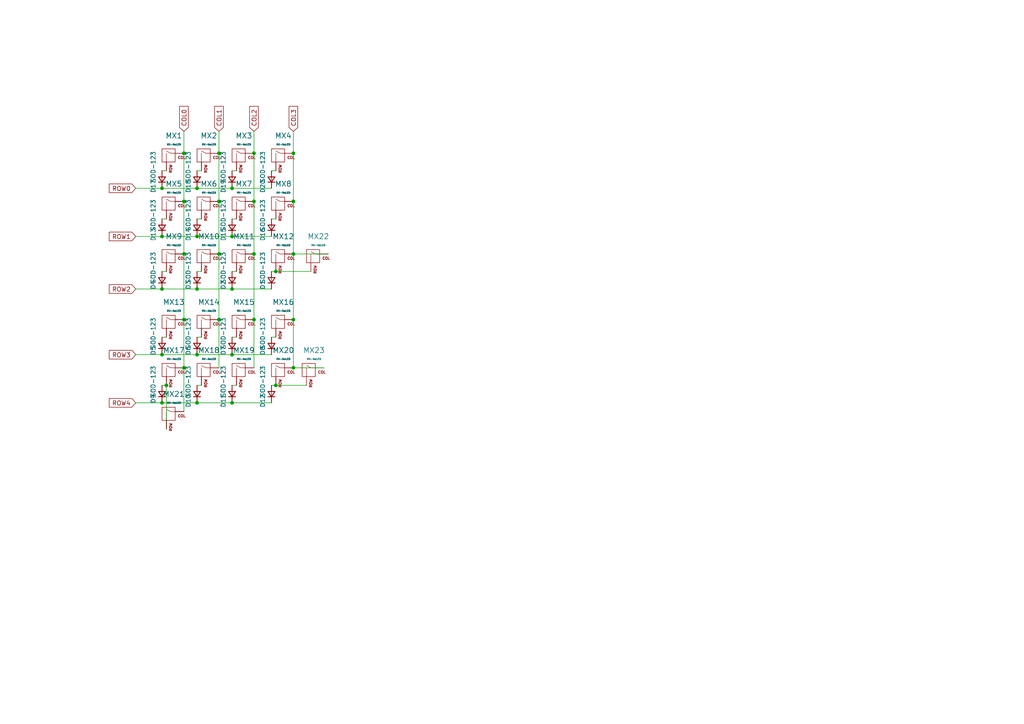
<source format=kicad_sch>
(kicad_sch (version 20230121) (generator eeschema)
  (paper "A4")
  (lib_symbols
    (symbol "Device:D_Small" (pin_numbers hide) (pin_names (offset 0.254) hide)
      (property "Reference" "D" (at -1.27 2.032 0))
      (property "Value" "D_Small" (at -3.81 -2.032 0))
      (symbol "D_Small_0_1"
        (polyline (pts (xy -0.762 -1.016) (xy -0.762 1.016)) (stroke (width 0.254)))
        (polyline (pts (xy -0.762 0) (xy 0.762 0)))
        (polyline (pts (xy 0.762 -1.016) (xy -0.762 0) (xy 0.762 1.016) (xy 0.762 -1.016)) (stroke (width 0.254)))
      )
      (symbol "D_Small_1_1"
        (pin passive line (at -2.54 0 0) (length 1.778) (name "K") (number "1"))
        (pin passive line (at 2.54 0 180) (length 1.778) (name "A") (number "2"))
      )
    )
    (symbol "MX_Alps_Hybrid:MX-NoLED" (pin_names (offset 1.016))
      (property "Reference" "MX" (at -0.635 3.81 0))
      (property "Value" "MX-NoLED" (at -0.635 1.27 0))
      (symbol "MX-NoLED_0_0"
        (rectangle (start -2.54 2.54) (end 1.27 -1.27))
        (polyline (pts (xy -1.27 -1.27) (xy -1.27 1.27)) (stroke (width 0.127)))
        (polyline (pts (xy 1.27 1.27) (xy 0 1.27) (xy -1.27 1.905)) (stroke (width 0.127)))
        (text "COL" (at 3.175 0 0) (effects (font (size 0.762 0.762))))
        (text "ROW" (at 0 -1.905 900) (effects (font (size 0.762 0.762)) (justify right)))
      )
      (symbol "MX-NoLED_1_1"
        (pin passive line (at 3.81 1.27 180) (length 2.54) (name "COL") (number "1"))
        (pin passive line (at -1.27 -3.81 90) (length 2.54) (name "ROW") (number "2"))
      )
    )
  )
  (junction (at 46.99 116.84))
  (junction (at 85.09 58.42))
  (junction (at 73.66 58.42))
  (junction (at 85.09 73.66))
  (junction (at 63.5 73.66))
  (junction (at 48.26 111.76))
  (junction (at 85.09 92.71))
  (junction (at 46.99 68.58))
  (junction (at 67.31 68.58))
  (junction (at 85.09 106.68))
  (junction (at 57.15 68.58))
  (junction (at 53.34 73.66))
  (junction (at 67.31 83.82))
  (junction (at 46.99 83.82))
  (junction (at 53.34 106.68))
  (junction (at 73.66 73.66))
  (junction (at 73.66 44.45))
  (junction (at 53.34 58.42))
  (junction (at 63.5 44.45))
  (junction (at 67.31 116.84))
  (junction (at 67.31 54.61))
  (junction (at 67.31 102.87))
  (junction (at 63.5 92.71))
  (junction (at 73.66 92.71))
  (junction (at 53.34 44.45))
  (junction (at 80.01 78.74))
  (junction (at 85.09 44.45))
  (junction (at 57.15 54.61))
  (junction (at 57.15 116.84))
  (junction (at 46.99 102.87))
  (junction (at 53.34 92.71))
  (junction (at 57.15 102.87))
  (junction (at 57.15 83.82))
  (junction (at 46.99 54.61))
  (junction (at 80.01 111.76))
  (junction (at 63.5 58.42))
  (wire (pts (xy 57.15 54.61) (xy 67.31 54.61)))
  (wire (pts (xy 85.09 58.42) (xy 85.09 73.66)))
  (wire (pts (xy 46.99 83.82) (xy 57.15 83.82)))
  (wire (pts (xy 85.09 73.66) (xy 85.09 92.71)))
  (wire (pts (xy 73.66 58.42) (xy 73.66 73.66)))
  (wire (pts (xy 80.01 78.74) (xy 90.17 78.74)))
  (wire (pts (xy 67.31 54.61) (xy 78.74 54.61)))
  (wire (pts (xy 46.99 102.87) (xy 57.15 102.87)))
  (wire (pts (xy 46.99 63.5) (xy 48.26 63.5)))
  (wire (pts (xy 67.31 49.53) (xy 68.58 49.53)))
  (wire (pts (xy 73.66 44.45) (xy 73.66 58.42)))
  (wire (pts (xy 73.66 92.71) (xy 73.66 106.68)))
  (wire (pts (xy 78.74 49.53) (xy 80.01 49.53)))
  (wire (pts (xy 39.37 68.58) (xy 46.99 68.58)))
  (wire (pts (xy 67.31 116.84) (xy 78.74 116.84)))
  (wire (pts (xy 57.15 83.82) (xy 67.31 83.82)))
  (wire (pts (xy 67.31 68.58) (xy 78.74 68.58)))
  (wire (pts (xy 48.26 111.76) (xy 48.26 124.46)))
  (wire (pts (xy 46.99 49.53) (xy 48.26 49.53)))
  (wire (pts (xy 78.74 78.74) (xy 80.01 78.74)))
  (wire (pts (xy 73.66 73.66) (xy 73.66 92.71)))
  (wire (pts (xy 39.37 54.61) (xy 46.99 54.61)))
  (wire (pts (xy 85.09 92.71) (xy 85.09 106.68)))
  (wire (pts (xy 57.15 116.84) (xy 67.31 116.84)))
  (wire (pts (xy 46.99 97.79) (xy 48.26 97.79)))
  (wire (pts (xy 67.31 63.5) (xy 68.58 63.5)))
  (wire (pts (xy 67.31 97.79) (xy 68.58 97.79)))
  (wire (pts (xy 67.31 102.87) (xy 78.74 102.87)))
  (wire (pts (xy 46.99 111.76) (xy 48.26 111.76)))
  (wire (pts (xy 80.01 111.76) (xy 88.9 111.76)))
  (wire (pts (xy 85.09 44.45) (xy 85.09 58.42)))
  (wire (pts (xy 67.31 78.74) (xy 68.58 78.74)))
  (wire (pts (xy 53.34 92.71) (xy 53.34 106.68)))
  (wire (pts (xy 57.15 97.79) (xy 58.42 97.79)))
  (wire (pts (xy 46.99 78.74) (xy 48.26 78.74)))
  (wire (pts (xy 46.99 116.84) (xy 57.15 116.84)))
  (wire (pts (xy 46.99 68.58) (xy 57.15 68.58)))
  (wire (pts (xy 63.5 58.42) (xy 63.5 73.66)))
  (wire (pts (xy 67.31 83.82) (xy 78.74 83.82)))
  (wire (pts (xy 57.15 49.53) (xy 58.42 49.53)))
  (wire (pts (xy 85.09 38.1) (xy 85.09 44.45)))
  (wire (pts (xy 78.74 97.79) (xy 80.01 97.79)))
  (wire (pts (xy 63.5 73.66) (xy 63.5 92.71)))
  (wire (pts (xy 78.74 63.5) (xy 80.01 63.5)))
  (wire (pts (xy 67.31 111.76) (xy 68.58 111.76)))
  (wire (pts (xy 53.34 38.1) (xy 53.34 44.45)))
  (wire (pts (xy 57.15 63.5) (xy 58.42 63.5)))
  (wire (pts (xy 85.09 73.66) (xy 95.25 73.66)))
  (wire (pts (xy 85.09 106.68) (xy 93.98 106.68)))
  (wire (pts (xy 39.37 116.84) (xy 46.99 116.84)))
  (wire (pts (xy 73.66 38.1) (xy 73.66 44.45)))
  (wire (pts (xy 78.74 111.76) (xy 80.01 111.76)))
  (wire (pts (xy 57.15 68.58) (xy 67.31 68.58)))
  (wire (pts (xy 57.15 111.76) (xy 58.42 111.76)))
  (wire (pts (xy 63.5 92.71) (xy 63.5 106.68)))
  (wire (pts (xy 53.34 106.68) (xy 53.34 119.38)))
  (wire (pts (xy 53.34 44.45) (xy 53.34 58.42)))
  (wire (pts (xy 39.37 83.82) (xy 46.99 83.82)))
  (wire (pts (xy 39.37 102.87) (xy 46.99 102.87)))
  (wire (pts (xy 53.34 73.66) (xy 53.34 92.71)))
  (wire (pts (xy 57.15 102.87) (xy 67.31 102.87)))
  (wire (pts (xy 63.5 44.45) (xy 63.5 58.42)))
  (wire (pts (xy 63.5 38.1) (xy 63.5 44.45)))
  (wire (pts (xy 46.99 54.61) (xy 57.15 54.61)))
  (wire (pts (xy 53.34 58.42) (xy 53.34 73.66)))
  (wire (pts (xy 57.15 78.74) (xy 58.42 78.74)))
  (global_label "ROW2" (shape input) (at 39.37 83.82 180) (property "Intersheetrefs" "${INTERSHEET_REFS}" (effects hide)))
  (global_label "ROW4" (shape input) (at 39.37 116.84 180) (property "Intersheetrefs" "${INTERSHEET_REFS}" (effects hide)))
  (global_label "ROW0" (shape input) (at 39.37 54.61 180) (property "Intersheetrefs" "${INTERSHEET_REFS}" (effects hide)))
  (global_label "COL1" (shape input) (at 63.5 38.1 90) (property "Intersheetrefs" "${INTERSHEET_REFS}" (effects hide)))
  (global_label "COL3" (shape input) (at 85.09 38.1 90) (property "Intersheetrefs" "${INTERSHEET_REFS}" (effects hide)))
  (global_label "ROW3" (shape input) (at 39.37 102.87 180) (property "Intersheetrefs" "${INTERSHEET_REFS}" (effects hide)))
  (global_label "ROW1" (shape input) (at 39.37 68.58 180) (property "Intersheetrefs" "${INTERSHEET_REFS}" (effects hide)))
  (global_label "COL0" (shape input) (at 53.34 38.1 90) (property "Intersheetrefs" "${INTERSHEET_REFS}" (effects hide)))
  (global_label "COL2" (shape input) (at 73.66 38.1 90) (property "Intersheetrefs" "${INTERSHEET_REFS}" (effects hide)))
  (symbol (lib_id "Device:D_Small") (at 57.15 114.3 90) (unit 1)
    (property "Reference" "D10" (at 54.61 114.3 0) (effects (justify right)))
    (property "Value" "SOD-123" (at 54.61 106.045 0) (effects (justify right)))
    (property "Footprint" "Diode_SMD:D_SOD-123" (effects hide))
  )
  (symbol (lib_id "Device:D_Small") (at 46.99 100.33 90) (unit 1)
    (property "Reference" "D5" (at 44.45 100.33 0) (effects (justify right)))
    (property "Value" "SOD-123" (at 44.45 92.075 0) (effects (justify right)))
    (property "Footprint" "Diode_SMD:D_SOD-123" (effects hide))
  )
  (symbol (lib_id "Device:D_Small") (at 67.31 114.3 90) (unit 1)
    (property "Reference" "D11" (at 64.77 114.3 0) (effects (justify right)))
    (property "Value" "SOD-123" (at 64.77 106.045 0) (effects (justify right)))
    (property "Footprint" "Diode_SMD:D_SOD-123" (effects hide))
  )
  (symbol (lib_id "MX_Alps_Hybrid:MX-NoLED") (at 59.69 45.72 0) (unit 1)
    (property "Reference" "MX2" (at 60.5852 39.37 0) (effects (font (size 1.524 1.524))))
    (property "Value" "MX-NoLED" (at 60.5852 41.91 0) (effects (font (size 0.508 0.508))))
    (property "Footprint" "MX_Only:MXOnly-1U-NoLED" (effects hide))
  )
  (symbol (lib_id "MX_Alps_Hybrid:MX-NoLED") (at 90.17 107.95 0) (unit 1)
    (property "Reference" "MX23" (at 91.0652 101.6 0) (effects (font (size 1.524 1.524))))
    (property "Value" "MX-NoLED" (at 91.0652 104.14 0) (effects (font (size 0.508 0.508))))
    (property "Footprint" "MX_Only:MXOnly-2U-ReversedStabilizers-NoLED" (effects hide))
  )
  (symbol (lib_id "MX_Alps_Hybrid:MX-NoLED") (at 59.69 107.95 0) (unit 1)
    (property "Reference" "MX18" (at 60.5852 101.6 0) (effects (font (size 1.524 1.524))))
    (property "Value" "MX-NoLED" (at 60.5852 104.14 0) (effects (font (size 0.508 0.508))))
    (property "Footprint" "MX_Only:MXOnly-1U-NoLED" (effects hide))
  )
  (symbol (lib_id "MX_Alps_Hybrid:MX-NoLED") (at 81.28 59.69 0) (unit 1)
    (property "Reference" "MX8" (at 82.1752 53.34 0) (effects (font (size 1.524 1.524))))
    (property "Value" "MX-NoLED" (at 82.1752 55.88 0) (effects (font (size 0.508 0.508))))
    (property "Footprint" "MX_Only:MXOnly-1U-NoLED" (effects hide))
  )
  (symbol (lib_id "Device:D_Small") (at 57.15 81.28 90) (unit 1)
    (property "Reference" "D3" (at 54.61 81.28 0) (effects (justify right)))
    (property "Value" "SOD-123" (at 54.61 73.025 0) (effects (justify right)))
    (property "Footprint" "Diode_SMD:D_SOD-123" (effects hide))
  )
  (symbol (lib_id "Device:D_Small") (at 78.74 114.3 90) (unit 1)
    (property "Reference" "D12" (at 76.2 114.3 0) (effects (justify right)))
    (property "Value" "SOD-123" (at 76.2 106.045 0) (effects (justify right)))
    (property "Footprint" "Diode_SMD:D_SOD-123" (effects hide))
  )
  (symbol (lib_id "Device:D_Small") (at 67.31 66.04 90) (unit 1)
    (property "Reference" "D15" (at 64.77 66.04 0) (effects (justify right)))
    (property "Value" "SOD-123" (at 64.77 57.785 0) (effects (justify right)))
    (property "Footprint" "Diode_SMD:D_SOD-123" (effects hide))
  )
  (symbol (lib_id "MX_Alps_Hybrid:MX-NoLED") (at 69.85 107.95 0) (unit 1)
    (property "Reference" "MX19" (at 70.7452 101.6 0) (effects (font (size 1.524 1.524))))
    (property "Value" "MX-NoLED" (at 70.7452 104.14 0) (effects (font (size 0.508 0.508))))
    (property "Footprint" "MX_Only:MXOnly-1U-NoLED" (effects hide))
  )
  (symbol (lib_id "Device:D_Small") (at 78.74 66.04 90) (unit 1)
    (property "Reference" "D16" (at 76.2 66.04 0) (effects (justify right)))
    (property "Value" "SOD-123" (at 76.2 57.785 0) (effects (justify right)))
    (property "Footprint" "Diode_SMD:D_SOD-123" (effects hide))
  )
  (symbol (lib_id "MX_Alps_Hybrid:MX-NoLED") (at 69.85 45.72 0) (unit 1)
    (property "Reference" "MX3" (at 70.7452 39.37 0) (effects (font (size 1.524 1.524))))
    (property "Value" "MX-NoLED" (at 70.7452 41.91 0) (effects (font (size 0.508 0.508))))
    (property "Footprint" "MX_Only:MXOnly-1U-NoLED" (effects hide))
  )
  (symbol (lib_id "MX_Alps_Hybrid:MX-NoLED") (at 69.85 93.98 0) (unit 1)
    (property "Reference" "MX15" (at 70.7452 87.63 0) (effects (font (size 1.524 1.524))))
    (property "Value" "MX-NoLED" (at 70.7452 90.17 0) (effects (font (size 0.508 0.508))))
    (property "Footprint" "MX_Only:MXOnly-1U-NoLED" (effects hide))
  )
  (symbol (lib_id "MX_Alps_Hybrid:MX-NoLED") (at 49.53 45.72 0) (unit 1)
    (property "Reference" "MX1" (at 50.4252 39.37 0) (effects (font (size 1.524 1.524))))
    (property "Value" "MX-NoLED" (at 50.4252 41.91 0) (effects (font (size 0.508 0.508))))
    (property "Footprint" "MX_Only:MXOnly-1U-NoLED" (effects hide))
  )
  (symbol (lib_id "MX_Alps_Hybrid:MX-NoLED") (at 49.53 107.95 0) (unit 1)
    (property "Reference" "MX17" (at 50.4252 101.6 0) (effects (font (size 1.524 1.524))))
    (property "Value" "MX-NoLED" (at 50.4252 104.14 0) (effects (font (size 0.508 0.508))))
    (property "Footprint" "MX_Only:MXOnly-1U-NoLED" (effects hide))
  )
  (symbol (lib_id "MX_Alps_Hybrid:MX-NoLED") (at 49.53 93.98 0) (unit 1)
    (property "Reference" "MX13" (at 50.4252 87.63 0) (effects (font (size 1.524 1.524))))
    (property "Value" "MX-NoLED" (at 50.4252 90.17 0) (effects (font (size 0.508 0.508))))
    (property "Footprint" "MX_Only:MXOnly-1U-NoLED" (effects hide))
  )
  (symbol (lib_id "MX_Alps_Hybrid:MX-NoLED") (at 81.28 45.72 0) (unit 1)
    (property "Reference" "MX4" (at 82.1752 39.37 0) (effects (font (size 1.524 1.524))))
    (property "Value" "MX-NoLED" (at 82.1752 41.91 0) (effects (font (size 0.508 0.508))))
    (property "Footprint" "MX_Only:MXOnly-1U-NoLED" (effects hide))
  )
  (symbol (lib_id "Device:D_Small") (at 67.31 81.28 90) (unit 1)
    (property "Reference" "D2" (at 64.77 81.28 0) (effects (justify right)))
    (property "Value" "SOD-123" (at 64.77 73.025 0) (effects (justify right)))
    (property "Footprint" "Diode_SMD:D_SOD-123" (effects hide))
  )
  (symbol (lib_id "MX_Alps_Hybrid:MX-NoLED") (at 69.85 59.69 0) (unit 1)
    (property "Reference" "MX7" (at 70.7452 53.34 0) (effects (font (size 1.524 1.524))))
    (property "Value" "MX-NoLED" (at 70.7452 55.88 0) (effects (font (size 0.508 0.508))))
    (property "Footprint" "MX_Only:MXOnly-1U-NoLED" (effects hide))
  )
  (symbol (lib_id "Device:D_Small") (at 78.74 100.33 90) (unit 1)
    (property "Reference" "D8" (at 76.2 100.33 0) (effects (justify right)))
    (property "Value" "SOD-123" (at 76.2 92.075 0) (effects (justify right)))
    (property "Footprint" "Diode_SMD:D_SOD-123" (effects hide))
  )
  (symbol (lib_id "MX_Alps_Hybrid:MX-NoLED") (at 81.28 107.95 0) (unit 1)
    (property "Reference" "MX20" (at 82.1752 101.6 0) (effects (font (size 1.524 1.524))))
    (property "Value" "MX-NoLED" (at 82.1752 104.14 0) (effects (font (size 0.508 0.508))))
    (property "Footprint" "MX_Only:MXOnly-1U-NoLED" (effects hide))
  )
  (symbol (lib_id "MX_Alps_Hybrid:MX-NoLED") (at 59.69 59.69 0) (unit 1)
    (property "Reference" "MX6" (at 60.5852 53.34 0) (effects (font (size 1.524 1.524))))
    (property "Value" "MX-NoLED" (at 60.5852 55.88 0) (effects (font (size 0.508 0.508))))
    (property "Footprint" "MX_Only:MXOnly-1U-NoLED" (effects hide))
  )
  (symbol (lib_id "MX_Alps_Hybrid:MX-NoLED") (at 59.69 74.93 0) (unit 1)
    (property "Reference" "MX10" (at 60.5852 68.58 0) (effects (font (size 1.524 1.524))))
    (property "Value" "MX-NoLED" (at 60.5852 71.12 0) (effects (font (size 0.508 0.508))))
    (property "Footprint" "MX_Only:MXOnly-1U-NoLED" (effects hide))
  )
  (symbol (lib_id "Device:D_Small") (at 67.31 100.33 90) (unit 1)
    (property "Reference" "D7" (at 64.77 100.33 0) (effects (justify right)))
    (property "Value" "SOD-123" (at 64.77 92.075 0) (effects (justify right)))
    (property "Footprint" "Diode_SMD:D_SOD-123" (effects hide))
  )
  (symbol (lib_id "Device:D_Small") (at 57.15 66.04 90) (unit 1)
    (property "Reference" "D14" (at 54.61 66.04 0) (effects (justify right)))
    (property "Value" "SOD-123" (at 54.61 57.785 0) (effects (justify right)))
    (property "Footprint" "Diode_SMD:D_SOD-123" (effects hide))
  )
  (symbol (lib_id "Device:D_Small") (at 78.74 81.28 90) (unit 1)
    (property "Reference" "D1" (at 76.2 81.28 0) (effects (justify right)))
    (property "Value" "SOD-123" (at 76.2 73.025 0) (effects (justify right)))
    (property "Footprint" "Diode_SMD:D_SOD-123" (effects hide))
  )
  (symbol (lib_id "MX_Alps_Hybrid:MX-NoLED") (at 59.69 93.98 0) (unit 1)
    (property "Reference" "MX14" (at 60.5852 87.63 0) (effects (font (size 1.524 1.524))))
    (property "Value" "MX-NoLED" (at 60.5852 90.17 0) (effects (font (size 0.508 0.508))))
    (property "Footprint" "MX_Only:MXOnly-1U-NoLED" (effects hide))
  )
  (symbol (lib_id "Device:D_Small") (at 67.31 52.07 90) (unit 1)
    (property "Reference" "D19" (at 64.77 52.07 0) (effects (justify right)))
    (property "Value" "SOD-123" (at 64.77 43.815 0) (effects (justify right)))
    (property "Footprint" "Diode_SMD:D_SOD-123" (effects hide))
  )
  (symbol (lib_id "MX_Alps_Hybrid:MX-NoLED") (at 49.53 74.93 0) (unit 1)
    (property "Reference" "MX9" (at 50.4252 68.58 0) (effects (font (size 1.524 1.524))))
    (property "Value" "MX-NoLED" (at 50.4252 71.12 0) (effects (font (size 0.508 0.508))))
    (property "Footprint" "MX_Only:MXOnly-1U-NoLED" (effects hide))
  )
  (symbol (lib_id "Device:D_Small") (at 57.15 52.07 90) (unit 1)
    (property "Reference" "D18" (at 54.61 52.07 0) (effects (justify right)))
    (property "Value" "SOD-123" (at 54.61 43.815 0) (effects (justify right)))
    (property "Footprint" "Diode_SMD:D_SOD-123" (effects hide))
  )
  (symbol (lib_id "Device:D_Small") (at 46.99 81.28 90) (unit 1)
    (property "Reference" "D4" (at 44.45 81.28 0) (effects (justify right)))
    (property "Value" "SOD-123" (at 44.45 73.025 0) (effects (justify right)))
    (property "Footprint" "Diode_SMD:D_SOD-123" (effects hide))
  )
  (symbol (lib_id "Device:D_Small") (at 46.99 114.3 90) (unit 1)
    (property "Reference" "D9" (at 44.45 114.3 0) (effects (justify right)))
    (property "Value" "SOD-123" (at 44.45 106.045 0) (effects (justify right)))
    (property "Footprint" "Diode_SMD:D_SOD-123" (effects hide))
  )
  (symbol (lib_id "MX_Alps_Hybrid:MX-NoLED") (at 49.53 59.69 0) (unit 1)
    (property "Reference" "MX5" (at 50.4252 53.34 0) (effects (font (size 1.524 1.524))))
    (property "Value" "MX-NoLED" (at 50.4252 55.88 0) (effects (font (size 0.508 0.508))))
    (property "Footprint" "MX_Only:MXOnly-1U-NoLED" (effects hide))
  )
  (symbol (lib_id "MX_Alps_Hybrid:MX-NoLED") (at 69.85 74.93 0) (unit 1)
    (property "Reference" "MX11" (at 70.7452 68.58 0) (effects (font (size 1.524 1.524))))
    (property "Value" "MX-NoLED" (at 70.7452 71.12 0) (effects (font (size 0.508 0.508))))
    (property "Footprint" "MX_Only:MXOnly-1U-NoLED" (effects hide))
  )
  (symbol (lib_id "Device:D_Small") (at 78.74 52.07 90) (unit 1)
    (property "Reference" "D20" (at 76.2 52.07 0) (effects (justify right)))
    (property "Value" "SOD-123" (at 76.2 43.815 0) (effects (justify right)))
    (property "Footprint" "Diode_SMD:D_SOD-123" (effects hide))
  )
  (symbol (lib_id "MX_Alps_Hybrid:MX-NoLED") (at 49.53 120.65 0) (unit 1)
    (property "Reference" "MX21" (at 50.4252 114.3 0) (effects (font (size 1.524 1.524))))
    (property "Value" "MX-NoLED" (at 50.4252 116.84 0) (effects (font (size 0.508 0.508))))
    (property "Footprint" "MX_Only:MXOnly-2U-ReversedStabilizers-NoLED" (effects hide))
  )
  (symbol (lib_id "Device:D_Small") (at 46.99 52.07 90) (unit 1)
    (property "Reference" "D17" (at 44.45 52.07 0) (effects (justify right)))
    (property "Value" "SOD-123" (at 44.45 43.815 0) (effects (justify right)))
    (property "Footprint" "Diode_SMD:D_SOD-123" (effects hide))
  )
  (symbol (lib_id "Device:D_Small") (at 57.15 100.33 90) (unit 1)
    (property "Reference" "D6" (at 54.61 100.33 0) (effects (justify right)))
    (property "Value" "SOD-123" (at 54.61 92.075 0) (effects (justify right)))
    (property "Footprint" "Diode_SMD:D_SOD-123" (effects hide))
  )
  (symbol (lib_id "MX_Alps_Hybrid:MX-NoLED") (at 81.28 93.98 0) (unit 1)
    (property "Reference" "MX16" (at 82.1752 87.63 0) (effects (font (size 1.524 1.524))))
    (property "Value" "MX-NoLED" (at 82.1752 90.17 0) (effects (font (size 0.508 0.508))))
    (property "Footprint" "MX_Only:MXOnly-1U-NoLED" (effects hide))
  )
  (symbol (lib_id "MX_Alps_Hybrid:MX-NoLED") (at 81.28 74.93 0) (unit 1)
    (property "Reference" "MX12" (at 82.1752 68.58 0) (effects (font (size 1.524 1.524))))
    (property "Value" "MX-NoLED" (at 82.1752 71.12 0) (effects (font (size 0.508 0.508))))
    (property "Footprint" "MX_Only:MXOnly-1U-NoLED" (effects hide))
  )
  (symbol (lib_id "MX_Alps_Hybrid:MX-NoLED") (at 91.44 74.93 0) (unit 1)
    (property "Reference" "MX22" (at 92.3352 68.58 0) (effects (font (size 1.524 1.524))))
    (property "Value" "MX-NoLED" (at 92.3352 71.12 0) (effects (font (size 0.508 0.508))))
    (property "Footprint" "MX_Only:MXOnly-2U-ReversedStabilizers-NoLED" (effects hide))
  )
  (symbol (lib_id "Device:D_Small") (at 46.99 66.04 90) (unit 1)
    (property "Reference" "D13" (at 44.45 66.04 0) (effects (justify right)))
    (property "Value" "SOD-123" (at 44.45 57.785 0) (effects (justify right)))
    (property "Footprint" "Diode_SMD:D_SOD-123" (effects hide))
  )
)
</source>
